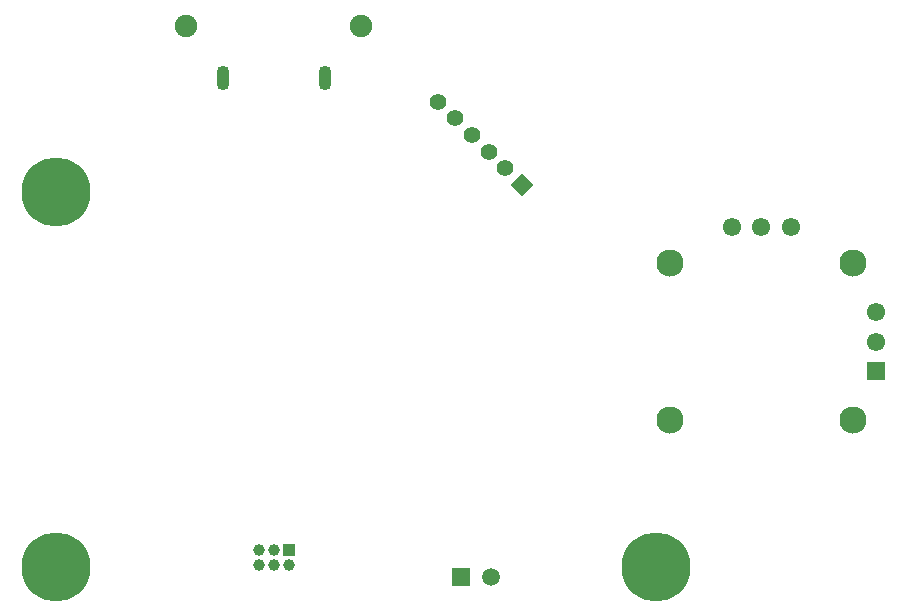
<source format=gbr>
%TF.GenerationSoftware,Altium Limited,Altium Designer,23.6.0 (18)*%
G04 Layer_Color=255*
%FSLAX25Y25*%
%MOIN*%
%TF.SameCoordinates,9FC677E3-0757-43A4-AD8A-435CCD31EDD7*%
%TF.FilePolarity,Positive*%
%TF.FileFunction,Pads,Bot*%
%TF.Part,Single*%
G01*
G75*
%TA.AperFunction,ViaPad*%
%ADD45C,0.23000*%
%TA.AperFunction,ComponentPad*%
G04:AMPARAMS|DCode=46|XSize=43.31mil|YSize=82.68mil|CornerRadius=21.65mil|HoleSize=0mil|Usage=FLASHONLY|Rotation=180.000|XOffset=0mil|YOffset=0mil|HoleType=Round|Shape=RoundedRectangle|*
%AMROUNDEDRECTD46*
21,1,0.04331,0.03937,0,0,180.0*
21,1,0.00000,0.08268,0,0,180.0*
1,1,0.04331,0.00000,0.01968*
1,1,0.04331,0.00000,0.01968*
1,1,0.04331,0.00000,-0.01968*
1,1,0.04331,0.00000,-0.01968*
%
%ADD46ROUNDEDRECTD46*%
%ADD47C,0.07480*%
%ADD48C,0.03937*%
%ADD49R,0.03937X0.03937*%
%ADD50P,0.07739X4X360.0*%
%ADD51C,0.05472*%
%ADD52C,0.05906*%
%ADD53R,0.05906X0.05906*%
%ADD54R,0.06102X0.06102*%
%ADD55C,0.06102*%
%ADD56C,0.09055*%
D45*
X150000Y150000D02*
D03*
Y25000D02*
D03*
X350000D02*
D03*
D46*
X239508Y187921D02*
D03*
X205492D02*
D03*
D47*
X251634Y205284D02*
D03*
X193366D02*
D03*
D48*
X217500Y25549D02*
D03*
Y30549D02*
D03*
X222500Y25549D02*
D03*
Y30549D02*
D03*
X227500Y25549D02*
D03*
D49*
Y30549D02*
D03*
D50*
X305298Y152214D02*
D03*
D51*
X299730Y157782D02*
D03*
X294162Y163349D02*
D03*
X288595Y168917D02*
D03*
X283027Y174485D02*
D03*
X277459Y180052D02*
D03*
D52*
X295000Y21755D02*
D03*
D53*
X285000D02*
D03*
D54*
X423386Y90158D02*
D03*
D55*
Y100000D02*
D03*
Y109843D02*
D03*
X394843Y138386D02*
D03*
X385000D02*
D03*
X375157D02*
D03*
D56*
X354488Y73819D02*
D03*
Y126181D02*
D03*
X415512Y73819D02*
D03*
Y126181D02*
D03*
%TF.MD5,2de7d19414c912a02fd23f19749e3176*%
M02*

</source>
